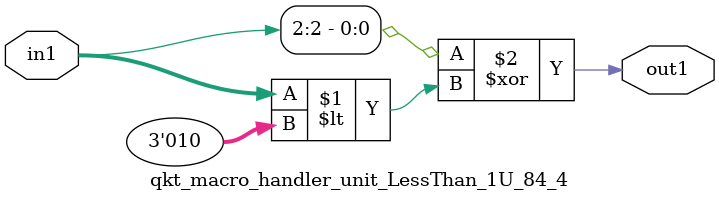
<source format=v>

`timescale 1ps / 1ps


module qkt_macro_handler_unit_LessThan_1U_84_4( in1, out1 );

    input [2:0] in1;
    output out1;

    
    // rtl_process:qkt_macro_handler_unit_LessThan_1U_84_4/qkt_macro_handler_unit_LessThan_1U_84_4_thread_1
    assign out1 = (in1[2] ^ in1 < 3'd2);

endmodule


</source>
